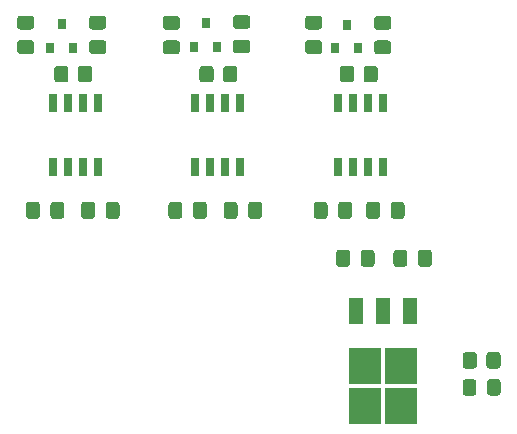
<source format=gtp>
G04 #@! TF.GenerationSoftware,KiCad,Pcbnew,(5.1.10)-1*
G04 #@! TF.CreationDate,2021-07-06T11:53:58+05:30*
G04 #@! TF.ProjectId,STM_Morpho,53544d5f-4d6f-4727-9068-6f2e6b696361,rev?*
G04 #@! TF.SameCoordinates,PX7bfa480PY7270e00*
G04 #@! TF.FileFunction,Paste,Top*
G04 #@! TF.FilePolarity,Positive*
%FSLAX46Y46*%
G04 Gerber Fmt 4.6, Leading zero omitted, Abs format (unit mm)*
G04 Created by KiCad (PCBNEW (5.1.10)-1) date 2021-07-06 11:53:58*
%MOMM*%
%LPD*%
G01*
G04 APERTURE LIST*
%ADD10R,0.800000X0.900000*%
%ADD11R,2.750000X3.050000*%
%ADD12R,1.200000X2.200000*%
%ADD13R,0.650000X1.528000*%
G04 APERTURE END LIST*
G04 #@! TO.C,R3*
G36*
G01*
X47914000Y34195599D02*
X47914000Y35095601D01*
G75*
G02*
X48163999Y35345600I249999J0D01*
G01*
X48864001Y35345600D01*
G75*
G02*
X49114000Y35095601I0J-249999D01*
G01*
X49114000Y34195599D01*
G75*
G02*
X48864001Y33945600I-249999J0D01*
G01*
X48163999Y33945600D01*
G75*
G02*
X47914000Y34195599I0J249999D01*
G01*
G37*
G36*
G01*
X45914000Y34195599D02*
X45914000Y35095601D01*
G75*
G02*
X46163999Y35345600I249999J0D01*
G01*
X46864001Y35345600D01*
G75*
G02*
X47114000Y35095601I0J-249999D01*
G01*
X47114000Y34195599D01*
G75*
G02*
X46864001Y33945600I-249999J0D01*
G01*
X46163999Y33945600D01*
G75*
G02*
X45914000Y34195599I0J249999D01*
G01*
G37*
G04 #@! TD*
G04 #@! TO.C,R2*
G36*
G01*
X36020200Y34195599D02*
X36020200Y35095601D01*
G75*
G02*
X36270199Y35345600I249999J0D01*
G01*
X36970201Y35345600D01*
G75*
G02*
X37220200Y35095601I0J-249999D01*
G01*
X37220200Y34195599D01*
G75*
G02*
X36970201Y33945600I-249999J0D01*
G01*
X36270199Y33945600D01*
G75*
G02*
X36020200Y34195599I0J249999D01*
G01*
G37*
G36*
G01*
X34020200Y34195599D02*
X34020200Y35095601D01*
G75*
G02*
X34270199Y35345600I249999J0D01*
G01*
X34970201Y35345600D01*
G75*
G02*
X35220200Y35095601I0J-249999D01*
G01*
X35220200Y34195599D01*
G75*
G02*
X34970201Y33945600I-249999J0D01*
G01*
X34270199Y33945600D01*
G75*
G02*
X34020200Y34195599I0J249999D01*
G01*
G37*
G04 #@! TD*
G04 #@! TO.C,R1*
G36*
G01*
X23733200Y34195599D02*
X23733200Y35095601D01*
G75*
G02*
X23983199Y35345600I249999J0D01*
G01*
X24683201Y35345600D01*
G75*
G02*
X24933200Y35095601I0J-249999D01*
G01*
X24933200Y34195599D01*
G75*
G02*
X24683201Y33945600I-249999J0D01*
G01*
X23983199Y33945600D01*
G75*
G02*
X23733200Y34195599I0J249999D01*
G01*
G37*
G36*
G01*
X21733200Y34195599D02*
X21733200Y35095601D01*
G75*
G02*
X21983199Y35345600I249999J0D01*
G01*
X22683201Y35345600D01*
G75*
G02*
X22933200Y35095601I0J-249999D01*
G01*
X22933200Y34195599D01*
G75*
G02*
X22683201Y33945600I-249999J0D01*
G01*
X21983199Y33945600D01*
G75*
G02*
X21733200Y34195599I0J249999D01*
G01*
G37*
G04 #@! TD*
D10*
G04 #@! TO.C,D4*
X46482000Y38820600D03*
X47432000Y36820600D03*
X45532000Y36820600D03*
G04 #@! TD*
G04 #@! TO.C,D3*
X34544000Y38963600D03*
X35494000Y36963600D03*
X33594000Y36963600D03*
G04 #@! TD*
G04 #@! TO.C,D2*
X22352000Y38862000D03*
X23302000Y36862000D03*
X21402000Y36862000D03*
G04 #@! TD*
G04 #@! TO.C,C14*
G36*
G01*
X49055000Y37497600D02*
X50005000Y37497600D01*
G75*
G02*
X50255000Y37247600I0J-250000D01*
G01*
X50255000Y36572600D01*
G75*
G02*
X50005000Y36322600I-250000J0D01*
G01*
X49055000Y36322600D01*
G75*
G02*
X48805000Y36572600I0J250000D01*
G01*
X48805000Y37247600D01*
G75*
G02*
X49055000Y37497600I250000J0D01*
G01*
G37*
G36*
G01*
X49055000Y39572600D02*
X50005000Y39572600D01*
G75*
G02*
X50255000Y39322600I0J-250000D01*
G01*
X50255000Y38647600D01*
G75*
G02*
X50005000Y38397600I-250000J0D01*
G01*
X49055000Y38397600D01*
G75*
G02*
X48805000Y38647600I0J250000D01*
G01*
X48805000Y39322600D01*
G75*
G02*
X49055000Y39572600I250000J0D01*
G01*
G37*
G04 #@! TD*
G04 #@! TO.C,C13*
G36*
G01*
X44163000Y38419100D02*
X43213000Y38419100D01*
G75*
G02*
X42963000Y38669100I0J250000D01*
G01*
X42963000Y39344100D01*
G75*
G02*
X43213000Y39594100I250000J0D01*
G01*
X44163000Y39594100D01*
G75*
G02*
X44413000Y39344100I0J-250000D01*
G01*
X44413000Y38669100D01*
G75*
G02*
X44163000Y38419100I-250000J0D01*
G01*
G37*
G36*
G01*
X44163000Y36344100D02*
X43213000Y36344100D01*
G75*
G02*
X42963000Y36594100I0J250000D01*
G01*
X42963000Y37269100D01*
G75*
G02*
X43213000Y37519100I250000J0D01*
G01*
X44163000Y37519100D01*
G75*
G02*
X44413000Y37269100I0J-250000D01*
G01*
X44413000Y36594100D01*
G75*
G02*
X44163000Y36344100I-250000J0D01*
G01*
G37*
G04 #@! TD*
G04 #@! TO.C,C12*
G36*
G01*
X37117000Y37577700D02*
X38067000Y37577700D01*
G75*
G02*
X38317000Y37327700I0J-250000D01*
G01*
X38317000Y36652700D01*
G75*
G02*
X38067000Y36402700I-250000J0D01*
G01*
X37117000Y36402700D01*
G75*
G02*
X36867000Y36652700I0J250000D01*
G01*
X36867000Y37327700D01*
G75*
G02*
X37117000Y37577700I250000J0D01*
G01*
G37*
G36*
G01*
X37117000Y39652700D02*
X38067000Y39652700D01*
G75*
G02*
X38317000Y39402700I0J-250000D01*
G01*
X38317000Y38727700D01*
G75*
G02*
X38067000Y38477700I-250000J0D01*
G01*
X37117000Y38477700D01*
G75*
G02*
X36867000Y38727700I0J250000D01*
G01*
X36867000Y39402700D01*
G75*
G02*
X37117000Y39652700I250000J0D01*
G01*
G37*
G04 #@! TD*
G04 #@! TO.C,C11*
G36*
G01*
X32123400Y38401500D02*
X31173400Y38401500D01*
G75*
G02*
X30923400Y38651500I0J250000D01*
G01*
X30923400Y39326500D01*
G75*
G02*
X31173400Y39576500I250000J0D01*
G01*
X32123400Y39576500D01*
G75*
G02*
X32373400Y39326500I0J-250000D01*
G01*
X32373400Y38651500D01*
G75*
G02*
X32123400Y38401500I-250000J0D01*
G01*
G37*
G36*
G01*
X32123400Y36326500D02*
X31173400Y36326500D01*
G75*
G02*
X30923400Y36576500I0J250000D01*
G01*
X30923400Y37251500D01*
G75*
G02*
X31173400Y37501500I250000J0D01*
G01*
X32123400Y37501500D01*
G75*
G02*
X32373400Y37251500I0J-250000D01*
G01*
X32373400Y36576500D01*
G75*
G02*
X32123400Y36326500I-250000J0D01*
G01*
G37*
G04 #@! TD*
G04 #@! TO.C,C10*
G36*
G01*
X24925000Y37523000D02*
X25875000Y37523000D01*
G75*
G02*
X26125000Y37273000I0J-250000D01*
G01*
X26125000Y36598000D01*
G75*
G02*
X25875000Y36348000I-250000J0D01*
G01*
X24925000Y36348000D01*
G75*
G02*
X24675000Y36598000I0J250000D01*
G01*
X24675000Y37273000D01*
G75*
G02*
X24925000Y37523000I250000J0D01*
G01*
G37*
G36*
G01*
X24925000Y39598000D02*
X25875000Y39598000D01*
G75*
G02*
X26125000Y39348000I0J-250000D01*
G01*
X26125000Y38673000D01*
G75*
G02*
X25875000Y38423000I-250000J0D01*
G01*
X24925000Y38423000D01*
G75*
G02*
X24675000Y38673000I0J250000D01*
G01*
X24675000Y39348000D01*
G75*
G02*
X24925000Y39598000I250000J0D01*
G01*
G37*
G04 #@! TD*
G04 #@! TO.C,C9*
G36*
G01*
X19779000Y38419100D02*
X18829000Y38419100D01*
G75*
G02*
X18579000Y38669100I0J250000D01*
G01*
X18579000Y39344100D01*
G75*
G02*
X18829000Y39594100I250000J0D01*
G01*
X19779000Y39594100D01*
G75*
G02*
X20029000Y39344100I0J-250000D01*
G01*
X20029000Y38669100D01*
G75*
G02*
X19779000Y38419100I-250000J0D01*
G01*
G37*
G36*
G01*
X19779000Y36344100D02*
X18829000Y36344100D01*
G75*
G02*
X18579000Y36594100I0J250000D01*
G01*
X18579000Y37269100D01*
G75*
G02*
X18829000Y37519100I250000J0D01*
G01*
X19779000Y37519100D01*
G75*
G02*
X20029000Y37269100I0J-250000D01*
G01*
X20029000Y36594100D01*
G75*
G02*
X19779000Y36344100I-250000J0D01*
G01*
G37*
G04 #@! TD*
G04 #@! TO.C,R4*
G36*
G01*
X58312000Y9963999D02*
X58312000Y10864001D01*
G75*
G02*
X58561999Y11114000I249999J0D01*
G01*
X59262001Y11114000D01*
G75*
G02*
X59512000Y10864001I0J-249999D01*
G01*
X59512000Y9963999D01*
G75*
G02*
X59262001Y9714000I-249999J0D01*
G01*
X58561999Y9714000D01*
G75*
G02*
X58312000Y9963999I0J249999D01*
G01*
G37*
G36*
G01*
X56312000Y9963999D02*
X56312000Y10864001D01*
G75*
G02*
X56561999Y11114000I249999J0D01*
G01*
X57262001Y11114000D01*
G75*
G02*
X57512000Y10864001I0J-249999D01*
G01*
X57512000Y9963999D01*
G75*
G02*
X57262001Y9714000I-249999J0D01*
G01*
X56561999Y9714000D01*
G75*
G02*
X56312000Y9963999I0J249999D01*
G01*
G37*
G04 #@! TD*
G04 #@! TO.C,D1*
G36*
G01*
X58362000Y7677999D02*
X58362000Y8578001D01*
G75*
G02*
X58611999Y8828000I249999J0D01*
G01*
X59262001Y8828000D01*
G75*
G02*
X59512000Y8578001I0J-249999D01*
G01*
X59512000Y7677999D01*
G75*
G02*
X59262001Y7428000I-249999J0D01*
G01*
X58611999Y7428000D01*
G75*
G02*
X58362000Y7677999I0J249999D01*
G01*
G37*
G36*
G01*
X56312000Y7677999D02*
X56312000Y8578001D01*
G75*
G02*
X56561999Y8828000I249999J0D01*
G01*
X57212001Y8828000D01*
G75*
G02*
X57462000Y8578001I0J-249999D01*
G01*
X57462000Y7677999D01*
G75*
G02*
X57212001Y7428000I-249999J0D01*
G01*
X56561999Y7428000D01*
G75*
G02*
X56312000Y7677999I0J249999D01*
G01*
G37*
G04 #@! TD*
G04 #@! TO.C,C6*
G36*
G01*
X45767500Y22639000D02*
X45767500Y23589000D01*
G75*
G02*
X46017500Y23839000I250000J0D01*
G01*
X46692500Y23839000D01*
G75*
G02*
X46942500Y23589000I0J-250000D01*
G01*
X46942500Y22639000D01*
G75*
G02*
X46692500Y22389000I-250000J0D01*
G01*
X46017500Y22389000D01*
G75*
G02*
X45767500Y22639000I0J250000D01*
G01*
G37*
G36*
G01*
X43692500Y22639000D02*
X43692500Y23589000D01*
G75*
G02*
X43942500Y23839000I250000J0D01*
G01*
X44617500Y23839000D01*
G75*
G02*
X44867500Y23589000I0J-250000D01*
G01*
X44867500Y22639000D01*
G75*
G02*
X44617500Y22389000I-250000J0D01*
G01*
X43942500Y22389000D01*
G75*
G02*
X43692500Y22639000I0J250000D01*
G01*
G37*
G04 #@! TD*
G04 #@! TO.C,C5*
G36*
G01*
X33470000Y22639000D02*
X33470000Y23589000D01*
G75*
G02*
X33720000Y23839000I250000J0D01*
G01*
X34395000Y23839000D01*
G75*
G02*
X34645000Y23589000I0J-250000D01*
G01*
X34645000Y22639000D01*
G75*
G02*
X34395000Y22389000I-250000J0D01*
G01*
X33720000Y22389000D01*
G75*
G02*
X33470000Y22639000I0J250000D01*
G01*
G37*
G36*
G01*
X31395000Y22639000D02*
X31395000Y23589000D01*
G75*
G02*
X31645000Y23839000I250000J0D01*
G01*
X32320000Y23839000D01*
G75*
G02*
X32570000Y23589000I0J-250000D01*
G01*
X32570000Y22639000D01*
G75*
G02*
X32320000Y22389000I-250000J0D01*
G01*
X31645000Y22389000D01*
G75*
G02*
X31395000Y22639000I0J250000D01*
G01*
G37*
G04 #@! TD*
G04 #@! TO.C,C4*
G36*
G01*
X21405000Y22639000D02*
X21405000Y23589000D01*
G75*
G02*
X21655000Y23839000I250000J0D01*
G01*
X22330000Y23839000D01*
G75*
G02*
X22580000Y23589000I0J-250000D01*
G01*
X22580000Y22639000D01*
G75*
G02*
X22330000Y22389000I-250000J0D01*
G01*
X21655000Y22389000D01*
G75*
G02*
X21405000Y22639000I0J250000D01*
G01*
G37*
G36*
G01*
X19330000Y22639000D02*
X19330000Y23589000D01*
G75*
G02*
X19580000Y23839000I250000J0D01*
G01*
X20255000Y23839000D01*
G75*
G02*
X20505000Y23589000I0J-250000D01*
G01*
X20505000Y22639000D01*
G75*
G02*
X20255000Y22389000I-250000J0D01*
G01*
X19580000Y22389000D01*
G75*
G02*
X19330000Y22639000I0J250000D01*
G01*
G37*
G04 #@! TD*
D11*
G04 #@! TO.C,U1*
X48005000Y9930000D03*
X51055000Y6580000D03*
X51055000Y9930000D03*
X48005000Y6580000D03*
D12*
X47250000Y14555000D03*
X49530000Y14555000D03*
X51810000Y14555000D03*
G04 #@! TD*
G04 #@! TO.C,C7*
G36*
G01*
X47672500Y18575000D02*
X47672500Y19525000D01*
G75*
G02*
X47922500Y19775000I250000J0D01*
G01*
X48597500Y19775000D01*
G75*
G02*
X48847500Y19525000I0J-250000D01*
G01*
X48847500Y18575000D01*
G75*
G02*
X48597500Y18325000I-250000J0D01*
G01*
X47922500Y18325000D01*
G75*
G02*
X47672500Y18575000I0J250000D01*
G01*
G37*
G36*
G01*
X45597500Y18575000D02*
X45597500Y19525000D01*
G75*
G02*
X45847500Y19775000I250000J0D01*
G01*
X46522500Y19775000D01*
G75*
G02*
X46772500Y19525000I0J-250000D01*
G01*
X46772500Y18575000D01*
G75*
G02*
X46522500Y18325000I-250000J0D01*
G01*
X45847500Y18325000D01*
G75*
G02*
X45597500Y18575000I0J250000D01*
G01*
G37*
G04 #@! TD*
G04 #@! TO.C,C8*
G36*
G01*
X51620000Y19525000D02*
X51620000Y18575000D01*
G75*
G02*
X51370000Y18325000I-250000J0D01*
G01*
X50695000Y18325000D01*
G75*
G02*
X50445000Y18575000I0J250000D01*
G01*
X50445000Y19525000D01*
G75*
G02*
X50695000Y19775000I250000J0D01*
G01*
X51370000Y19775000D01*
G75*
G02*
X51620000Y19525000I0J-250000D01*
G01*
G37*
G36*
G01*
X53695000Y19525000D02*
X53695000Y18575000D01*
G75*
G02*
X53445000Y18325000I-250000J0D01*
G01*
X52770000Y18325000D01*
G75*
G02*
X52520000Y18575000I0J250000D01*
G01*
X52520000Y19525000D01*
G75*
G02*
X52770000Y19775000I250000J0D01*
G01*
X53445000Y19775000D01*
G75*
G02*
X53695000Y19525000I0J-250000D01*
G01*
G37*
G04 #@! TD*
G04 #@! TO.C,C3*
G36*
G01*
X50212500Y22639000D02*
X50212500Y23589000D01*
G75*
G02*
X50462500Y23839000I250000J0D01*
G01*
X51137500Y23839000D01*
G75*
G02*
X51387500Y23589000I0J-250000D01*
G01*
X51387500Y22639000D01*
G75*
G02*
X51137500Y22389000I-250000J0D01*
G01*
X50462500Y22389000D01*
G75*
G02*
X50212500Y22639000I0J250000D01*
G01*
G37*
G36*
G01*
X48137500Y22639000D02*
X48137500Y23589000D01*
G75*
G02*
X48387500Y23839000I250000J0D01*
G01*
X49062500Y23839000D01*
G75*
G02*
X49312500Y23589000I0J-250000D01*
G01*
X49312500Y22639000D01*
G75*
G02*
X49062500Y22389000I-250000J0D01*
G01*
X48387500Y22389000D01*
G75*
G02*
X48137500Y22639000I0J250000D01*
G01*
G37*
G04 #@! TD*
G04 #@! TO.C,C2*
G36*
G01*
X38147500Y22639000D02*
X38147500Y23589000D01*
G75*
G02*
X38397500Y23839000I250000J0D01*
G01*
X39072500Y23839000D01*
G75*
G02*
X39322500Y23589000I0J-250000D01*
G01*
X39322500Y22639000D01*
G75*
G02*
X39072500Y22389000I-250000J0D01*
G01*
X38397500Y22389000D01*
G75*
G02*
X38147500Y22639000I0J250000D01*
G01*
G37*
G36*
G01*
X36072500Y22639000D02*
X36072500Y23589000D01*
G75*
G02*
X36322500Y23839000I250000J0D01*
G01*
X36997500Y23839000D01*
G75*
G02*
X37247500Y23589000I0J-250000D01*
G01*
X37247500Y22639000D01*
G75*
G02*
X36997500Y22389000I-250000J0D01*
G01*
X36322500Y22389000D01*
G75*
G02*
X36072500Y22639000I0J250000D01*
G01*
G37*
G04 #@! TD*
G04 #@! TO.C,C1*
G36*
G01*
X26082500Y22639000D02*
X26082500Y23589000D01*
G75*
G02*
X26332500Y23839000I250000J0D01*
G01*
X27007500Y23839000D01*
G75*
G02*
X27257500Y23589000I0J-250000D01*
G01*
X27257500Y22639000D01*
G75*
G02*
X27007500Y22389000I-250000J0D01*
G01*
X26332500Y22389000D01*
G75*
G02*
X26082500Y22639000I0J250000D01*
G01*
G37*
G36*
G01*
X24007500Y22639000D02*
X24007500Y23589000D01*
G75*
G02*
X24257500Y23839000I250000J0D01*
G01*
X24932500Y23839000D01*
G75*
G02*
X25182500Y23589000I0J-250000D01*
G01*
X25182500Y22639000D01*
G75*
G02*
X24932500Y22389000I-250000J0D01*
G01*
X24257500Y22389000D01*
G75*
G02*
X24007500Y22639000I0J250000D01*
G01*
G37*
G04 #@! TD*
D13*
G04 #@! TO.C,IC3*
X45720000Y32175000D03*
X46990000Y32175000D03*
X48260000Y32175000D03*
X49530000Y32175000D03*
X49530000Y26753000D03*
X48260000Y26753000D03*
X46990000Y26753000D03*
X45720000Y26753000D03*
G04 #@! TD*
G04 #@! TO.C,IC2*
X33655000Y32175000D03*
X34925000Y32175000D03*
X36195000Y32175000D03*
X37465000Y32175000D03*
X37465000Y26753000D03*
X36195000Y26753000D03*
X34925000Y26753000D03*
X33655000Y26753000D03*
G04 #@! TD*
G04 #@! TO.C,IC1*
X21590000Y32175000D03*
X22860000Y32175000D03*
X24130000Y32175000D03*
X25400000Y32175000D03*
X25400000Y26753000D03*
X24130000Y26753000D03*
X22860000Y26753000D03*
X21590000Y26753000D03*
G04 #@! TD*
M02*

</source>
